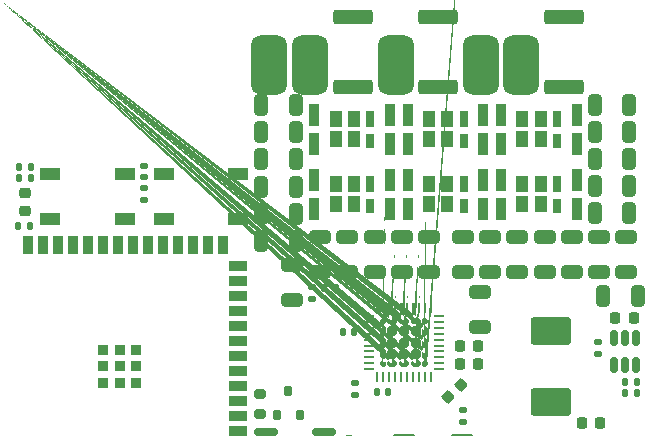
<source format=gbr>
%TF.GenerationSoftware,KiCad,Pcbnew,(6.0.7)*%
%TF.CreationDate,2023-02-02T22:14:04+01:00*%
%TF.ProjectId,bldc,626c6463-2e6b-4696-9361-645f70636258,rev?*%
%TF.SameCoordinates,Original*%
%TF.FileFunction,Paste,Top*%
%TF.FilePolarity,Positive*%
%FSLAX46Y46*%
G04 Gerber Fmt 4.6, Leading zero omitted, Abs format (unit mm)*
G04 Created by KiCad (PCBNEW (6.0.7)) date 2023-02-02 22:14:04*
%MOMM*%
%LPD*%
G01*
G04 APERTURE LIST*
G04 Aperture macros list*
%AMRoundRect*
0 Rectangle with rounded corners*
0 $1 Rounding radius*
0 $2 $3 $4 $5 $6 $7 $8 $9 X,Y pos of 4 corners*
0 Add a 4 corners polygon primitive as box body*
4,1,4,$2,$3,$4,$5,$6,$7,$8,$9,$2,$3,0*
0 Add four circle primitives for the rounded corners*
1,1,$1+$1,$2,$3*
1,1,$1+$1,$4,$5*
1,1,$1+$1,$6,$7*
1,1,$1+$1,$8,$9*
0 Add four rect primitives between the rounded corners*
20,1,$1+$1,$2,$3,$4,$5,0*
20,1,$1+$1,$4,$5,$6,$7,0*
20,1,$1+$1,$6,$7,$8,$9,0*
20,1,$1+$1,$8,$9,$2,$3,0*%
%AMFreePoly0*
4,1,51,0.148811,0.227017,0.155848,0.222473,0.164140,0.221271,0.182835,0.205048,0.203627,0.191623,0.207094,0.183997,0.213422,0.178506,0.220389,0.154757,0.230634,0.132225,0.229432,0.123933,0.231790,0.115895,0.231790,-0.115895,0.227017,-0.148811,0.222473,-0.155848,0.221271,-0.164140,0.205048,-0.182835,0.191623,-0.203627,0.183997,-0.207094,0.178506,-0.213422,0.154757,-0.220389,
0.132225,-0.230634,0.123933,-0.229432,0.115895,-0.231790,-0.012362,-0.231790,-0.032788,-0.228828,-0.037051,-0.229130,-0.039343,-0.227878,-0.045278,-0.227017,-0.069258,-0.211534,-0.094312,-0.197845,-0.197845,-0.094312,-0.210194,-0.077774,-0.213422,-0.074973,-0.214157,-0.072467,-0.217745,-0.067662,-0.223753,-0.039758,-0.231790,-0.012362,-0.231790,0.115895,-0.227017,0.148811,-0.222473,0.155848,
-0.221271,0.164140,-0.205048,0.182835,-0.191623,0.203627,-0.183997,0.207094,-0.178506,0.213422,-0.154757,0.220389,-0.132225,0.230634,-0.123933,0.229432,-0.115895,0.231790,0.115895,0.231790,0.148811,0.227017,0.148811,0.227017,$1*%
%AMFreePoly1*
4,1,51,0.148811,0.227017,0.155848,0.222473,0.164140,0.221271,0.182835,0.205048,0.203627,0.191623,0.207094,0.183997,0.213422,0.178506,0.220389,0.154757,0.230634,0.132225,0.229432,0.123933,0.231790,0.115895,0.231790,-0.115895,0.227017,-0.148811,0.222473,-0.155848,0.221271,-0.164140,0.205048,-0.182835,0.191623,-0.203627,0.183997,-0.207094,0.178506,-0.213422,0.154757,-0.220389,
0.132225,-0.230634,0.123933,-0.229432,0.115895,-0.231790,-0.115895,-0.231790,-0.148811,-0.227017,-0.155848,-0.222473,-0.164140,-0.221271,-0.182835,-0.205048,-0.203627,-0.191623,-0.207094,-0.183997,-0.213422,-0.178506,-0.220389,-0.154757,-0.230634,-0.132225,-0.229432,-0.123933,-0.231790,-0.115895,-0.231790,0.012362,-0.228828,0.032788,-0.229130,0.037051,-0.227878,0.039343,-0.227017,0.045278,
-0.211534,0.069258,-0.197845,0.094312,-0.094312,0.197845,-0.077774,0.210194,-0.074973,0.213422,-0.072467,0.214157,-0.067662,0.217745,-0.039758,0.223753,-0.012362,0.231790,0.115895,0.231790,0.148811,0.227017,0.148811,0.227017,$1*%
%AMFreePoly2*
4,1,51,0.240350,0.230796,0.242745,0.231438,0.246415,0.229727,0.266218,0.226235,0.281621,0.213310,0.299841,0.204814,0.376138,0.128518,0.379417,0.123835,0.381565,0.122595,0.382950,0.118789,0.394483,0.102318,0.396235,0.082290,0.403112,0.063396,0.403112,-0.139692,0.401003,-0.151655,0.401713,-0.155684,0.399668,-0.159227,0.397558,-0.171191,0.382178,-0.189520,0.370214,-0.210242,
0.362404,-0.213085,0.357063,-0.219450,0.333500,-0.223605,0.311015,-0.231789,-0.311015,-0.231789,-0.322978,-0.229680,-0.327007,-0.230390,-0.330550,-0.228345,-0.342514,-0.226235,-0.360843,-0.210855,-0.381565,-0.198891,-0.384408,-0.191081,-0.390773,-0.185740,-0.394928,-0.162177,-0.403112,-0.139692,-0.403112,0.063396,-0.402119,0.069027,-0.402761,0.071422,-0.401050,0.075092,-0.397558,0.094895,
-0.384633,0.110298,-0.376137,0.128518,-0.299841,0.204815,-0.295158,0.208094,-0.293918,0.210242,-0.290112,0.211627,-0.273641,0.223160,-0.253613,0.224912,-0.234719,0.231789,0.234719,0.231789,0.240350,0.230796,0.240350,0.230796,$1*%
%AMFreePoly3*
4,1,51,0.032788,0.228828,0.037051,0.229130,0.039343,0.227878,0.045278,0.227017,0.069258,0.211534,0.094312,0.197845,0.197845,0.094312,0.210194,0.077774,0.213422,0.074973,0.214157,0.072467,0.217745,0.067662,0.223753,0.039758,0.231790,0.012362,0.231790,-0.115895,0.227017,-0.148811,0.222473,-0.155848,0.221271,-0.164140,0.205048,-0.182835,0.191623,-0.203627,0.183997,-0.207094,
0.178506,-0.213422,0.154757,-0.220389,0.132225,-0.230634,0.123933,-0.229432,0.115895,-0.231790,-0.115895,-0.231790,-0.148811,-0.227017,-0.155848,-0.222473,-0.164140,-0.221271,-0.182835,-0.205048,-0.203627,-0.191623,-0.207094,-0.183997,-0.213422,-0.178506,-0.220389,-0.154757,-0.230634,-0.132225,-0.229432,-0.123933,-0.231790,-0.115895,-0.231790,0.115895,-0.227017,0.148811,-0.222473,0.155848,
-0.221271,0.164140,-0.205048,0.182835,-0.191623,0.203627,-0.183997,0.207094,-0.178506,0.213422,-0.154757,0.220389,-0.132225,0.230634,-0.123933,0.229432,-0.115895,0.231790,0.012362,0.231790,0.032788,0.228828,0.032788,0.228828,$1*%
%AMFreePoly4*
4,1,51,0.151655,0.401003,0.155684,0.401713,0.159227,0.399668,0.171191,0.397558,0.189520,0.382178,0.210242,0.370214,0.213085,0.362404,0.219450,0.357063,0.223605,0.333500,0.231789,0.311015,0.231789,-0.311015,0.229680,-0.322978,0.230390,-0.327007,0.228345,-0.330550,0.226235,-0.342514,0.210855,-0.360843,0.198891,-0.381565,0.191081,-0.384408,0.185740,-0.390773,0.162177,-0.394928,
0.139692,-0.403112,-0.063396,-0.403112,-0.069025,-0.402120,-0.071422,-0.402762,-0.075095,-0.401049,-0.094895,-0.397558,-0.110295,-0.384635,-0.128518,-0.376138,-0.204814,-0.299841,-0.208092,-0.295159,-0.210242,-0.293918,-0.211628,-0.290110,-0.223160,-0.273641,-0.224912,-0.253613,-0.231789,-0.234719,-0.231789,0.234719,-0.230796,0.240350,-0.231438,0.242745,-0.229727,0.246415,-0.226235,0.266218,
-0.213310,0.281621,-0.204814,0.299841,-0.128518,0.376138,-0.123835,0.379417,-0.122595,0.381565,-0.118789,0.382950,-0.102318,0.394483,-0.082290,0.396235,-0.063396,0.403112,0.139692,0.403112,0.151655,0.401003,0.151655,0.401003,$1*%
%AMFreePoly5*
4,1,51,0.069027,0.402119,0.071422,0.402761,0.075092,0.401050,0.094895,0.397558,0.110298,0.384633,0.128518,0.376137,0.204815,0.299841,0.208094,0.295158,0.210242,0.293918,0.211627,0.290112,0.223160,0.273641,0.224912,0.253613,0.231789,0.234719,0.231789,-0.234719,0.230797,-0.240348,0.231439,-0.242745,0.229726,-0.246418,0.226235,-0.266218,0.213312,-0.281618,0.204815,-0.299841,
0.128518,-0.376137,0.123836,-0.379415,0.122595,-0.381565,0.118787,-0.382951,0.102318,-0.394483,0.082290,-0.396235,0.063396,-0.403112,-0.139692,-0.403112,-0.151655,-0.401003,-0.155684,-0.401713,-0.159227,-0.399668,-0.171191,-0.397558,-0.189520,-0.382178,-0.210242,-0.370214,-0.213085,-0.362404,-0.219450,-0.357063,-0.223605,-0.333500,-0.231789,-0.311015,-0.231789,0.311015,-0.229680,0.322978,
-0.230390,0.327007,-0.228345,0.330550,-0.226235,0.342514,-0.210855,0.360843,-0.198891,0.381565,-0.191081,0.384408,-0.185740,0.390773,-0.162177,0.394928,-0.139692,0.403112,0.063396,0.403112,0.069027,0.402119,0.069027,0.402119,$1*%
%AMFreePoly6*
4,1,51,0.322978,0.229680,0.327007,0.230390,0.330550,0.228345,0.342514,0.226235,0.360843,0.210855,0.381565,0.198891,0.384408,0.191081,0.390773,0.185740,0.394928,0.162177,0.403112,0.139692,0.403112,-0.063396,0.402120,-0.069025,0.402762,-0.071422,0.401049,-0.075095,0.397558,-0.094895,0.384635,-0.110295,0.376138,-0.128518,0.299841,-0.204814,0.295159,-0.208092,0.293918,-0.210242,
0.290110,-0.211628,0.273641,-0.223160,0.253613,-0.224912,0.234719,-0.231789,-0.234719,-0.231789,-0.240348,-0.230797,-0.242745,-0.231439,-0.246418,-0.229726,-0.266218,-0.226235,-0.281618,-0.213312,-0.299841,-0.204815,-0.376137,-0.128518,-0.379415,-0.123836,-0.381565,-0.122595,-0.382951,-0.118787,-0.394483,-0.102318,-0.396235,-0.082290,-0.403112,-0.063396,-0.403112,0.139692,-0.401003,0.151655,
-0.401713,0.155684,-0.399668,0.159227,-0.397558,0.171191,-0.382178,0.189520,-0.370214,0.210242,-0.362404,0.213085,-0.357063,0.219450,-0.333500,0.223605,-0.311015,0.231789,0.311015,0.231789,0.322978,0.229680,0.322978,0.229680,$1*%
%AMFreePoly7*
4,1,51,0.148811,0.227017,0.155848,0.222473,0.164140,0.221271,0.182835,0.205048,0.203627,0.191623,0.207094,0.183997,0.213422,0.178506,0.220389,0.154757,0.230634,0.132225,0.229432,0.123933,0.231790,0.115895,0.231790,-0.012362,0.228828,-0.032788,0.229130,-0.037051,0.227878,-0.039343,0.227017,-0.045278,0.211534,-0.069258,0.197845,-0.094312,0.094312,-0.197845,0.077774,-0.210194,
0.074973,-0.213422,0.072467,-0.214157,0.067662,-0.217745,0.039758,-0.223753,0.012362,-0.231790,-0.115895,-0.231790,-0.148811,-0.227017,-0.155848,-0.222473,-0.164140,-0.221271,-0.182835,-0.205048,-0.203627,-0.191623,-0.207094,-0.183997,-0.213422,-0.178506,-0.220389,-0.154757,-0.230634,-0.132225,-0.229432,-0.123933,-0.231790,-0.115895,-0.231790,0.115895,-0.227017,0.148811,-0.222473,0.155848,
-0.221271,0.164140,-0.205048,0.182835,-0.191623,0.203627,-0.183997,0.207094,-0.178506,0.213422,-0.154757,0.220389,-0.132225,0.230634,-0.123933,0.229432,-0.115895,0.231790,0.115895,0.231790,0.148811,0.227017,0.148811,0.227017,$1*%
G04 Aperture macros list end*
%ADD10R,0.900000X1.850000*%
%ADD11R,0.650000X1.151000*%
%ADD12R,1.000000X1.350000*%
%ADD13R,0.650000X1.350000*%
%ADD14RoundRect,0.175000X0.175000X-0.275000X0.175000X0.275000X-0.175000X0.275000X-0.175000X-0.275000X0*%
%ADD15RoundRect,0.250000X-0.650000X0.325000X-0.650000X-0.325000X0.650000X-0.325000X0.650000X0.325000X0*%
%ADD16RoundRect,0.250000X1.425000X-0.362500X1.425000X0.362500X-1.425000X0.362500X-1.425000X-0.362500X0*%
%ADD17RoundRect,0.225000X-0.225000X-0.250000X0.225000X-0.250000X0.225000X0.250000X-0.225000X0.250000X0*%
%ADD18RoundRect,0.250000X0.325000X0.650000X-0.325000X0.650000X-0.325000X-0.650000X0.325000X-0.650000X0*%
%ADD19RoundRect,0.135000X-0.135000X-0.185000X0.135000X-0.185000X0.135000X0.185000X-0.135000X0.185000X0*%
%ADD20RoundRect,0.140000X0.170000X-0.140000X0.170000X0.140000X-0.170000X0.140000X-0.170000X-0.140000X0*%
%ADD21RoundRect,0.250000X0.625000X-0.400000X0.625000X0.400000X-0.625000X0.400000X-0.625000X-0.400000X0*%
%ADD22RoundRect,0.250000X-0.325000X-0.650000X0.325000X-0.650000X0.325000X0.650000X-0.325000X0.650000X0*%
%ADD23RoundRect,0.250000X-0.625000X0.400000X-0.625000X-0.400000X0.625000X-0.400000X0.625000X0.400000X0*%
%ADD24RoundRect,0.200000X-0.275000X0.200000X-0.275000X-0.200000X0.275000X-0.200000X0.275000X0.200000X0*%
%ADD25RoundRect,0.200000X0.275000X-0.200000X0.275000X0.200000X-0.275000X0.200000X-0.275000X-0.200000X0*%
%ADD26R,0.600000X1.450000*%
%ADD27R,0.300000X1.450000*%
%ADD28RoundRect,0.135000X-0.185000X0.135000X-0.185000X-0.135000X0.185000X-0.135000X0.185000X0.135000X0*%
%ADD29RoundRect,0.225000X0.225000X0.250000X-0.225000X0.250000X-0.225000X-0.250000X0.225000X-0.250000X0*%
%ADD30RoundRect,0.235000X-1.465000X0.940000X-1.465000X-0.940000X1.465000X-0.940000X1.465000X0.940000X0*%
%ADD31RoundRect,0.150000X0.150000X-0.512500X0.150000X0.512500X-0.150000X0.512500X-0.150000X-0.512500X0*%
%ADD32RoundRect,0.135000X0.185000X-0.135000X0.185000X0.135000X-0.185000X0.135000X-0.185000X-0.135000X0*%
%ADD33RoundRect,0.140000X0.140000X0.170000X-0.140000X0.170000X-0.140000X-0.170000X0.140000X-0.170000X0*%
%ADD34RoundRect,0.135000X0.135000X0.185000X-0.135000X0.185000X-0.135000X-0.185000X0.135000X-0.185000X0*%
%ADD35RoundRect,0.750000X-0.750000X-1.750000X0.750000X-1.750000X0.750000X1.750000X-0.750000X1.750000X0*%
%ADD36RoundRect,0.150000X-0.825000X-0.150000X0.825000X-0.150000X0.825000X0.150000X-0.825000X0.150000X0*%
%ADD37RoundRect,0.140000X-0.170000X0.140000X-0.170000X-0.140000X0.170000X-0.140000X0.170000X0.140000X0*%
%ADD38R,0.900000X1.500000*%
%ADD39R,1.500000X0.900000*%
%ADD40R,0.900000X0.900000*%
%ADD41RoundRect,0.225000X-0.017678X0.335876X-0.335876X0.017678X0.017678X-0.335876X0.335876X-0.017678X0*%
%ADD42RoundRect,0.750000X0.750000X1.750000X-0.750000X1.750000X-0.750000X-1.750000X0.750000X-1.750000X0*%
%ADD43RoundRect,0.150000X0.512500X0.150000X-0.512500X0.150000X-0.512500X-0.150000X0.512500X-0.150000X0*%
%ADD44R,1.700000X1.000000*%
%ADD45RoundRect,0.218750X0.256250X-0.218750X0.256250X0.218750X-0.256250X0.218750X-0.256250X-0.218750X0*%
%ADD46RoundRect,0.062500X0.062500X0.375000X-0.062500X0.375000X-0.062500X-0.375000X0.062500X-0.375000X0*%
%ADD47RoundRect,0.062500X0.375000X0.062500X-0.375000X0.062500X-0.375000X-0.062500X0.375000X-0.062500X0*%
%ADD48RoundRect,0.201557X0.201556X0.201556X-0.201556X0.201556X-0.201556X-0.201556X0.201556X-0.201556X0*%
%ADD49FreePoly0,180.000000*%
%ADD50FreePoly1,180.000000*%
%ADD51FreePoly2,180.000000*%
%ADD52FreePoly3,180.000000*%
%ADD53FreePoly4,180.000000*%
%ADD54FreePoly5,180.000000*%
%ADD55FreePoly6,180.000000*%
%ADD56FreePoly7,180.000000*%
G04 APERTURE END LIST*
D10*
%TO.C,Q3*%
X128800000Y-113750000D03*
X135200000Y-113750000D03*
X135200000Y-116150000D03*
X128800000Y-116150000D03*
D11*
X133550000Y-115900000D03*
D12*
X130625000Y-115800000D03*
D13*
X133550000Y-114100000D03*
D12*
X132175000Y-114100000D03*
X132175000Y-115800000D03*
X130625000Y-114100000D03*
%TD*%
D10*
%TO.C,Q6*%
X120900000Y-110650000D03*
X127300000Y-108250000D03*
X127300000Y-110650000D03*
X120900000Y-108250000D03*
D11*
X125650000Y-110400000D03*
D12*
X122725000Y-108600000D03*
D13*
X125650000Y-108600000D03*
D12*
X124275000Y-108600000D03*
X122725000Y-110300000D03*
X124275000Y-110300000D03*
%TD*%
D10*
%TO.C,Q2*%
X136700000Y-108250000D03*
X143100000Y-110650000D03*
X143100000Y-108250000D03*
X136700000Y-110650000D03*
D11*
X141450000Y-110400000D03*
D12*
X138525000Y-110300000D03*
X138525000Y-108600000D03*
X140075000Y-108600000D03*
X140075000Y-110300000D03*
D13*
X141450000Y-108600000D03*
%TD*%
D10*
%TO.C,Q5*%
X127300000Y-116150000D03*
X127300000Y-113750000D03*
X120900000Y-113750000D03*
X120900000Y-116150000D03*
D11*
X125650000Y-115900000D03*
D12*
X124275000Y-115800000D03*
X124275000Y-114100000D03*
X122725000Y-115800000D03*
X122725000Y-114100000D03*
D13*
X125650000Y-114100000D03*
%TD*%
D10*
%TO.C,Q4*%
X135200000Y-108250000D03*
X135200000Y-110650000D03*
X128800000Y-110650000D03*
X128800000Y-108250000D03*
D11*
X133550000Y-110400000D03*
D12*
X130625000Y-110300000D03*
X132175000Y-110300000D03*
D13*
X133550000Y-108600000D03*
D12*
X132175000Y-108600000D03*
X130625000Y-108600000D03*
%TD*%
D10*
%TO.C,Q1*%
X136700000Y-116150000D03*
X143100000Y-113750000D03*
X136700000Y-113750000D03*
X143100000Y-116150000D03*
D11*
X141450000Y-115900000D03*
D12*
X140075000Y-115800000D03*
X140075000Y-114100000D03*
D13*
X141450000Y-114100000D03*
D12*
X138525000Y-114100000D03*
X138525000Y-115800000D03*
%TD*%
D14*
%TO.C,D1*%
X117750000Y-133600000D03*
X119650000Y-133600000D03*
X118700000Y-131600000D03*
%TD*%
D15*
%TO.C,C16*%
X119050000Y-120925000D03*
X119050000Y-123875000D03*
%TD*%
D16*
%TO.C,R2*%
X131400000Y-105862500D03*
X131400000Y-99937500D03*
%TD*%
D15*
%TO.C,C15*%
X121400000Y-118575000D03*
X121400000Y-121525000D03*
%TD*%
D17*
%TO.C,C21*%
X133225000Y-127800000D03*
X134775000Y-127800000D03*
%TD*%
D18*
%TO.C,C3*%
X119375000Y-116600000D03*
X116425000Y-116600000D03*
%TD*%
D19*
%TO.C,R6*%
X147190000Y-131800000D03*
X148210000Y-131800000D03*
%TD*%
D20*
%TO.C,C35*%
X123850000Y-136530000D03*
X123850000Y-135570000D03*
%TD*%
D17*
%TO.C,C37*%
X145075000Y-135900000D03*
X146625000Y-135900000D03*
%TD*%
D21*
%TO.C,R27*%
X94900000Y-145150000D03*
X94900000Y-142050000D03*
%TD*%
D18*
%TO.C,C17*%
X119375000Y-114300000D03*
X116425000Y-114300000D03*
%TD*%
D16*
%TO.C,R3*%
X124200000Y-105862500D03*
X124200000Y-99937500D03*
%TD*%
D22*
%TO.C,C31*%
X144625000Y-107350000D03*
X147575000Y-107350000D03*
%TD*%
D23*
%TO.C,R10*%
X145100000Y-138850000D03*
X145100000Y-141950000D03*
%TD*%
D24*
%TO.C,R26*%
X123750000Y-137675000D03*
X123750000Y-139325000D03*
%TD*%
D25*
%TO.C,R25*%
X116300000Y-133525000D03*
X116300000Y-131875000D03*
%TD*%
D26*
%TO.C,J8*%
X116750000Y-144455000D03*
X117550000Y-144455000D03*
D27*
X118250000Y-144455000D03*
X119250000Y-144455000D03*
X120750000Y-144455000D03*
X121750000Y-144455000D03*
D26*
X122450000Y-144455000D03*
X123250000Y-144455000D03*
X123250000Y-144455000D03*
X122450000Y-144455000D03*
D27*
X121250000Y-144455000D03*
X120250000Y-144455000D03*
X119750000Y-144455000D03*
X118750000Y-144455000D03*
D26*
X117550000Y-144455000D03*
X116750000Y-144455000D03*
%TD*%
D28*
%TO.C,R18*%
X124350000Y-130890000D03*
X124350000Y-131910000D03*
%TD*%
D22*
%TO.C,C32*%
X144625000Y-109650000D03*
X147575000Y-109650000D03*
%TD*%
D29*
%TO.C,C40*%
X97775000Y-138600000D03*
X96225000Y-138600000D03*
%TD*%
D30*
%TO.C,L1*%
X140900000Y-126487500D03*
X140900000Y-132537500D03*
%TD*%
D31*
%TO.C,U3*%
X146250000Y-129400000D03*
X147200000Y-129400000D03*
X148150000Y-129400000D03*
X148150000Y-127125000D03*
X147200000Y-127125000D03*
X146250000Y-127125000D03*
%TD*%
D15*
%TO.C,C8*%
X123700000Y-118575000D03*
X123700000Y-121525000D03*
%TD*%
D18*
%TO.C,C6*%
X119375000Y-118900000D03*
X116425000Y-118900000D03*
%TD*%
D32*
%TO.C,R5*%
X121800000Y-142710000D03*
X121800000Y-141690000D03*
%TD*%
D33*
%TO.C,C25*%
X127180000Y-131650000D03*
X126220000Y-131650000D03*
%TD*%
D15*
%TO.C,C7*%
X135800000Y-118575000D03*
X135800000Y-121525000D03*
%TD*%
D34*
%TO.C,R12*%
X96910000Y-112600000D03*
X95890000Y-112600000D03*
%TD*%
D35*
%TO.C,J5*%
X117100000Y-104000000D03*
%TD*%
D32*
%TO.C,R4*%
X115100000Y-142710000D03*
X115100000Y-141690000D03*
%TD*%
D36*
%TO.C,U6*%
X128475000Y-135545000D03*
X128475000Y-136815000D03*
X128475000Y-138085000D03*
X128475000Y-139355000D03*
X133425000Y-139355000D03*
X133425000Y-138085000D03*
X133425000Y-136815000D03*
X133425000Y-135545000D03*
%TD*%
D20*
%TO.C,C42*%
X99000000Y-139280000D03*
X99000000Y-138320000D03*
%TD*%
D29*
%TO.C,C26*%
X147925000Y-125450000D03*
X146375000Y-125450000D03*
%TD*%
D37*
%TO.C,C27*%
X144950000Y-127470000D03*
X144950000Y-128430000D03*
%TD*%
D15*
%TO.C,C4*%
X133500000Y-118575000D03*
X133500000Y-121525000D03*
%TD*%
D38*
%TO.C,U2*%
X96690000Y-136750000D03*
X97960000Y-136750000D03*
X99230000Y-136750000D03*
X100500000Y-136750000D03*
X101770000Y-136750000D03*
X103040000Y-136750000D03*
X104310000Y-136750000D03*
X105580000Y-136750000D03*
X106850000Y-136750000D03*
X108120000Y-136750000D03*
X109390000Y-136750000D03*
X110660000Y-136750000D03*
X111930000Y-136750000D03*
X113200000Y-136750000D03*
D39*
X114450000Y-134985000D03*
X114450000Y-133715000D03*
X114450000Y-132445000D03*
X114450000Y-131175000D03*
X114450000Y-129905000D03*
X114450000Y-128635000D03*
X114450000Y-127365000D03*
X114450000Y-126095000D03*
X114450000Y-124825000D03*
X114450000Y-123555000D03*
X114450000Y-122285000D03*
X114450000Y-121015000D03*
D38*
X113200000Y-119250000D03*
X111930000Y-119250000D03*
X110660000Y-119250000D03*
X109390000Y-119250000D03*
X108120000Y-119250000D03*
X106850000Y-119250000D03*
X105580000Y-119250000D03*
X104310000Y-119250000D03*
X103040000Y-119250000D03*
X101770000Y-119250000D03*
X100500000Y-119250000D03*
X99230000Y-119250000D03*
X97960000Y-119250000D03*
X96690000Y-119250000D03*
D40*
X105810000Y-128100000D03*
X103010000Y-129500000D03*
X104410000Y-128100000D03*
X105810000Y-129500000D03*
X103010000Y-128100000D03*
X105810000Y-130900000D03*
X103010000Y-130900000D03*
X104410000Y-129500000D03*
X104410000Y-130900000D03*
%TD*%
D41*
%TO.C,C24*%
X133298008Y-131051992D03*
X132201992Y-132148008D03*
%TD*%
D34*
%TO.C,R15*%
X145560000Y-143400000D03*
X144540000Y-143400000D03*
%TD*%
D42*
%TO.C,J2*%
X135000000Y-104000000D03*
%TD*%
D19*
%TO.C,R29*%
X121690000Y-122900000D03*
X122710000Y-122900000D03*
%TD*%
D22*
%TO.C,C29*%
X144625000Y-111950000D03*
X147575000Y-111950000D03*
%TD*%
%TO.C,C18*%
X144625000Y-114250000D03*
X147575000Y-114250000D03*
%TD*%
D20*
%TO.C,C41*%
X106500000Y-113480000D03*
X106500000Y-112520000D03*
%TD*%
D32*
%TO.C,R11*%
X106500000Y-115410000D03*
X106500000Y-114390000D03*
%TD*%
D15*
%TO.C,C13*%
X140400000Y-118575000D03*
X140400000Y-121525000D03*
%TD*%
D18*
%TO.C,C14*%
X119375000Y-112000000D03*
X116425000Y-112000000D03*
%TD*%
D17*
%TO.C,C36*%
X143575000Y-134350000D03*
X145125000Y-134350000D03*
%TD*%
D34*
%TO.C,R14*%
X145560000Y-144400000D03*
X144540000Y-144400000D03*
%TD*%
D15*
%TO.C,C5*%
X128300000Y-118575000D03*
X128300000Y-121525000D03*
%TD*%
D19*
%TO.C,R30*%
X95800000Y-117600000D03*
X96820000Y-117600000D03*
%TD*%
D34*
%TO.C,R7*%
X148210000Y-130800000D03*
X147190000Y-130800000D03*
%TD*%
D20*
%TO.C,C33*%
X126750000Y-138080000D03*
X126750000Y-137120000D03*
%TD*%
D36*
%TO.C,U7*%
X116775000Y-135095000D03*
X116775000Y-136365000D03*
X116775000Y-137635000D03*
X116775000Y-138905000D03*
X121725000Y-138905000D03*
X121725000Y-137635000D03*
X121725000Y-136365000D03*
X121725000Y-135095000D03*
%TD*%
D15*
%TO.C,C2*%
X145000000Y-118575000D03*
X145000000Y-121525000D03*
%TD*%
D29*
%TO.C,C23*%
X134775000Y-129300000D03*
X133225000Y-129300000D03*
%TD*%
D15*
%TO.C,C12*%
X142700000Y-118575000D03*
X142700000Y-121525000D03*
%TD*%
%TO.C,C28*%
X147300000Y-118575000D03*
X147300000Y-121525000D03*
%TD*%
%TO.C,C19*%
X126000000Y-118575000D03*
X126000000Y-121525000D03*
%TD*%
D43*
%TO.C,U5*%
X119037500Y-142450000D03*
X119037500Y-141500000D03*
X119037500Y-140550000D03*
X116762500Y-140550000D03*
X116762500Y-141500000D03*
X116762500Y-142450000D03*
%TD*%
D44*
%TO.C,SW2*%
X108150000Y-117000000D03*
X114450000Y-117000000D03*
X114450000Y-113200000D03*
X108150000Y-113200000D03*
%TD*%
D22*
%TO.C,C11*%
X144625000Y-116550000D03*
X147575000Y-116550000D03*
%TD*%
D35*
%TO.C,J3*%
X127800000Y-104000000D03*
%TD*%
D42*
%TO.C,J1*%
X138400000Y-104000000D03*
%TD*%
D44*
%TO.C,SW4*%
X104850000Y-113200000D03*
X98550000Y-113200000D03*
X104850000Y-117000000D03*
X98550000Y-117000000D03*
%TD*%
D45*
%TO.C,D7*%
X96400000Y-116387500D03*
X96400000Y-114812500D03*
%TD*%
D15*
%TO.C,C1*%
X130600000Y-118575000D03*
X130600000Y-121525000D03*
%TD*%
D28*
%TO.C,R28*%
X120700000Y-122790000D03*
X120700000Y-123810000D03*
%TD*%
D18*
%TO.C,C9*%
X119375000Y-109700000D03*
X116425000Y-109700000D03*
%TD*%
D46*
%TO.C,U1*%
X130750000Y-130437500D03*
X130250000Y-130437500D03*
X129750000Y-130437500D03*
X129250000Y-130437500D03*
X128750000Y-130437500D03*
X128250000Y-130437500D03*
X127750000Y-130437500D03*
X127250000Y-130437500D03*
X126750000Y-130437500D03*
X126250000Y-130437500D03*
D47*
X125562500Y-129750000D03*
X125562500Y-129250000D03*
X125562500Y-128750000D03*
X125562500Y-128250000D03*
X125562500Y-127750000D03*
X125562500Y-127250000D03*
X125562500Y-126750000D03*
X125562500Y-126250000D03*
X125562500Y-125750000D03*
X125562500Y-125250000D03*
D46*
X126250000Y-124562500D03*
X126750000Y-124562500D03*
X127250000Y-124562500D03*
X127750000Y-124562500D03*
X128250000Y-124562500D03*
X128750000Y-124562500D03*
X129250000Y-124562500D03*
X129750000Y-124562500D03*
X130250000Y-124562500D03*
X130750000Y-124562500D03*
D47*
X131437500Y-125250000D03*
X131437500Y-125750000D03*
X131437500Y-126250000D03*
X131437500Y-126750000D03*
X131437500Y-127250000D03*
X131437500Y-127750000D03*
X131437500Y-128250000D03*
X131437500Y-128750000D03*
X131437500Y-129250000D03*
X131437500Y-129750000D03*
D48*
X129500000Y-128500000D03*
X129500000Y-126500000D03*
D49*
X126712500Y-129287500D03*
D48*
X128500000Y-128500000D03*
D50*
X126712500Y-125712500D03*
D48*
X128500000Y-127500000D03*
X127500000Y-127500000D03*
D51*
X127500000Y-125712500D03*
D48*
X127500000Y-128500000D03*
X129500000Y-127500000D03*
X127500000Y-126500000D03*
D52*
X130287500Y-125712500D03*
D53*
X126712500Y-126500000D03*
D54*
X130287500Y-128500000D03*
D51*
X129500000Y-125712500D03*
D55*
X129500000Y-129287500D03*
D53*
X126712500Y-128500000D03*
D54*
X130287500Y-127500000D03*
D55*
X128500000Y-129287500D03*
D54*
X130287500Y-126500000D03*
D51*
X128500000Y-125712500D03*
D48*
X128500000Y-126500000D03*
D53*
X126712500Y-127500000D03*
D56*
X130287500Y-129287500D03*
D55*
X127500000Y-129287500D03*
%TD*%
D32*
%TO.C,R9*%
X133450000Y-134260000D03*
X133450000Y-133240000D03*
%TD*%
D15*
%TO.C,C20*%
X134900000Y-123225000D03*
X134900000Y-126175000D03*
%TD*%
D33*
%TO.C,C22*%
X124280000Y-126600000D03*
X123320000Y-126600000D03*
%TD*%
D35*
%TO.C,J4*%
X120500000Y-104000000D03*
%TD*%
D18*
%TO.C,C38*%
X148275000Y-123550000D03*
X145325000Y-123550000D03*
%TD*%
D15*
%TO.C,C10*%
X138100000Y-118575000D03*
X138100000Y-121525000D03*
%TD*%
D16*
%TO.C,R1*%
X142000000Y-105862500D03*
X142000000Y-99937500D03*
%TD*%
D18*
%TO.C,C30*%
X119375000Y-107400000D03*
X116425000Y-107400000D03*
%TD*%
D34*
%TO.C,R13*%
X96910000Y-113600000D03*
X95890000Y-113600000D03*
%TD*%
M02*

</source>
